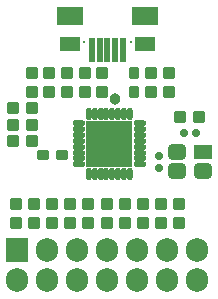
<source format=gts>
G04*
G04 #@! TF.GenerationSoftware,Altium Limited,Altium Designer,23.2.1 (34)*
G04*
G04 Layer_Color=8388736*
%FSLAX25Y25*%
%MOIN*%
G70*
G04*
G04 #@! TF.SameCoordinates,2D16543A-974C-4BE6-9D28-3C7F8BE36A88*
G04*
G04*
G04 #@! TF.FilePolarity,Negative*
G04*
G01*
G75*
%ADD18R,0.08674X0.06312*%
%ADD19R,0.07099X0.04737*%
%ADD20R,0.01968X0.08268*%
G04:AMPARAMS|DCode=21|XSize=39.37mil|YSize=41.94mil|CornerRadius=5.51mil|HoleSize=0mil|Usage=FLASHONLY|Rotation=270.000|XOffset=0mil|YOffset=0mil|HoleType=Round|Shape=RoundedRectangle|*
%AMROUNDEDRECTD21*
21,1,0.03937,0.03091,0,0,270.0*
21,1,0.02835,0.04194,0,0,270.0*
1,1,0.01102,-0.01546,-0.01417*
1,1,0.01102,-0.01546,0.01417*
1,1,0.01102,0.01546,0.01417*
1,1,0.01102,0.01546,-0.01417*
%
%ADD21ROUNDEDRECTD21*%
%ADD22C,0.03800*%
G04:AMPARAMS|DCode=23|XSize=39.37mil|YSize=41.94mil|CornerRadius=5.51mil|HoleSize=0mil|Usage=FLASHONLY|Rotation=180.000|XOffset=0mil|YOffset=0mil|HoleType=Round|Shape=RoundedRectangle|*
%AMROUNDEDRECTD23*
21,1,0.03937,0.03091,0,0,180.0*
21,1,0.02835,0.04194,0,0,180.0*
1,1,0.01102,-0.01417,0.01546*
1,1,0.01102,0.01417,0.01546*
1,1,0.01102,0.01417,-0.01546*
1,1,0.01102,-0.01417,-0.01546*
%
%ADD23ROUNDEDRECTD23*%
%ADD24O,0.01902X0.04343*%
%ADD25O,0.04343X0.01902*%
%ADD26R,0.15367X0.15367*%
%ADD27R,0.05906X0.05118*%
G04:AMPARAMS|DCode=28|XSize=51.18mil|YSize=59.06mil|CornerRadius=11.42mil|HoleSize=0mil|Usage=FLASHONLY|Rotation=270.000|XOffset=0mil|YOffset=0mil|HoleType=Round|Shape=RoundedRectangle|*
%AMROUNDEDRECTD28*
21,1,0.05118,0.03622,0,0,270.0*
21,1,0.02835,0.05906,0,0,270.0*
1,1,0.02284,-0.01811,-0.01417*
1,1,0.02284,-0.01811,0.01417*
1,1,0.02284,0.01811,0.01417*
1,1,0.02284,0.01811,-0.01417*
%
%ADD28ROUNDEDRECTD28*%
G04:AMPARAMS|DCode=29|XSize=34.94mil|YSize=41.94mil|CornerRadius=9.72mil|HoleSize=0mil|Usage=FLASHONLY|Rotation=0.000|XOffset=0mil|YOffset=0mil|HoleType=Round|Shape=RoundedRectangle|*
%AMROUNDEDRECTD29*
21,1,0.03494,0.02250,0,0,0.0*
21,1,0.01550,0.04194,0,0,0.0*
1,1,0.01944,0.00775,-0.01125*
1,1,0.01944,-0.00775,-0.01125*
1,1,0.01944,-0.00775,0.01125*
1,1,0.01944,0.00775,0.01125*
%
%ADD29ROUNDEDRECTD29*%
G04:AMPARAMS|DCode=30|XSize=34.94mil|YSize=41.94mil|CornerRadius=9.72mil|HoleSize=0mil|Usage=FLASHONLY|Rotation=270.000|XOffset=0mil|YOffset=0mil|HoleType=Round|Shape=RoundedRectangle|*
%AMROUNDEDRECTD30*
21,1,0.03494,0.02250,0,0,270.0*
21,1,0.01550,0.04194,0,0,270.0*
1,1,0.01944,-0.01125,-0.00775*
1,1,0.01944,-0.01125,0.00775*
1,1,0.01944,0.01125,0.00775*
1,1,0.01944,0.01125,-0.00775*
%
%ADD30ROUNDEDRECTD30*%
G04:AMPARAMS|DCode=31|XSize=23.94mil|YSize=28.94mil|CornerRadius=6.97mil|HoleSize=0mil|Usage=FLASHONLY|Rotation=0.000|XOffset=0mil|YOffset=0mil|HoleType=Round|Shape=RoundedRectangle|*
%AMROUNDEDRECTD31*
21,1,0.02394,0.01500,0,0,0.0*
21,1,0.01000,0.02894,0,0,0.0*
1,1,0.01394,0.00500,-0.00750*
1,1,0.01394,-0.00500,-0.00750*
1,1,0.01394,-0.00500,0.00750*
1,1,0.01394,0.00500,0.00750*
%
%ADD31ROUNDEDRECTD31*%
G04:AMPARAMS|DCode=32|XSize=23.94mil|YSize=28.94mil|CornerRadius=6.97mil|HoleSize=0mil|Usage=FLASHONLY|Rotation=270.000|XOffset=0mil|YOffset=0mil|HoleType=Round|Shape=RoundedRectangle|*
%AMROUNDEDRECTD32*
21,1,0.02394,0.01500,0,0,270.0*
21,1,0.01000,0.02894,0,0,270.0*
1,1,0.01394,-0.00750,-0.00500*
1,1,0.01394,-0.00750,0.00500*
1,1,0.01394,0.00750,0.00500*
1,1,0.01394,0.00750,-0.00500*
%
%ADD32ROUNDEDRECTD32*%
%ADD33C,0.00800*%
%ADD34R,0.07493X0.07887*%
%ADD35O,0.07493X0.07887*%
D18*
X-12599Y42518D02*
D03*
X12599D02*
D03*
D19*
X12598Y33250D02*
D03*
X-12598D02*
D03*
D20*
X5120Y31082D02*
D03*
X2560D02*
D03*
X0D02*
D03*
X-2560D02*
D03*
X-5120D02*
D03*
D21*
X24317Y8794D02*
D03*
X30617Y8794D02*
D03*
X-25234Y11746D02*
D03*
X-31534Y11746D02*
D03*
Y785D02*
D03*
X-25234Y785D02*
D03*
X-31534Y6265D02*
D03*
X-25234Y6265D02*
D03*
D22*
X2646Y14905D02*
D03*
D23*
X-24426Y-20127D02*
D03*
X-24426Y-26427D02*
D03*
X-18455Y-20127D02*
D03*
X-18455Y-26427D02*
D03*
X-12484Y-20127D02*
D03*
X-12483Y-26427D02*
D03*
X-6513Y-20127D02*
D03*
X-6512Y-26427D02*
D03*
X-0Y-20127D02*
D03*
X-0Y-26427D02*
D03*
X5971Y-20127D02*
D03*
X5971Y-26427D02*
D03*
X11942Y-20127D02*
D03*
X11942Y-26427D02*
D03*
X17913Y-20127D02*
D03*
X17913Y-26427D02*
D03*
X-13484Y17355D02*
D03*
X-13484Y23655D02*
D03*
X-25234Y17355D02*
D03*
X-25234Y23655D02*
D03*
X-19359Y17355D02*
D03*
X-19359Y23655D02*
D03*
X-7609Y17255D02*
D03*
X-7609Y23555D02*
D03*
X-30397Y-26427D02*
D03*
X-30397Y-20127D02*
D03*
X23884Y-26427D02*
D03*
X23884Y-20127D02*
D03*
X14616Y17255D02*
D03*
X14616Y23555D02*
D03*
X20466Y17255D02*
D03*
X20466Y23555D02*
D03*
X-1734Y23555D02*
D03*
X-1734Y17255D02*
D03*
D24*
X-6209Y10041D02*
D03*
X-4239D02*
D03*
X-2269D02*
D03*
X-299D02*
D03*
X1661D02*
D03*
X3631D02*
D03*
X5601D02*
D03*
X7571D02*
D03*
Y-10040D02*
D03*
X5601D02*
D03*
X3631D02*
D03*
X1661D02*
D03*
X-299D02*
D03*
X-2269D02*
D03*
X-4239D02*
D03*
X-6209D02*
D03*
D25*
X10720Y6891D02*
D03*
Y4921D02*
D03*
Y2950D02*
D03*
Y981D02*
D03*
Y-979D02*
D03*
Y-2950D02*
D03*
Y-4919D02*
D03*
Y-6889D02*
D03*
X-9360D02*
D03*
Y-4919D02*
D03*
Y-2950D02*
D03*
Y-979D02*
D03*
Y981D02*
D03*
Y2950D02*
D03*
Y4921D02*
D03*
Y6891D02*
D03*
D26*
X681Y0D02*
D03*
D27*
X31797Y-2846D02*
D03*
D28*
X23135D02*
D03*
Y-9145D02*
D03*
X31797D02*
D03*
D29*
X8766Y23555D02*
D03*
Y17255D02*
D03*
D30*
X-15084Y-3595D02*
D03*
X-21384D02*
D03*
D31*
X17161Y-7964D02*
D03*
Y-4027D02*
D03*
D32*
X25498Y3705D02*
D03*
X29435D02*
D03*
D33*
X-7873Y34052D02*
D03*
X7875D02*
D03*
D34*
X-30000Y-35433D02*
D03*
D35*
Y-45433D02*
D03*
X-20000Y-35433D02*
D03*
Y-45433D02*
D03*
X-10000Y-35433D02*
D03*
Y-45433D02*
D03*
X0Y-35433D02*
D03*
Y-45433D02*
D03*
X10000Y-35433D02*
D03*
Y-45433D02*
D03*
X20000Y-35433D02*
D03*
Y-45433D02*
D03*
X30000Y-35433D02*
D03*
Y-45433D02*
D03*
M02*

</source>
